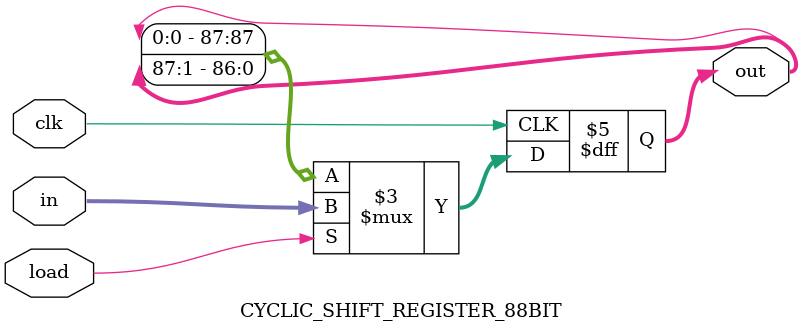
<source format=v>

`timescale 1ns/1ps

module CYCLIC_SHIFT_REGISTER_88BIT(clk, load, in, out);
	input clk, load;
	input[87:0] in;
	output reg[87:0] out;

	always @(posedge clk) begin
		if (load)
			out <= in;
		else
			out <= {out[0], out[87:1]};
	end
endmodule

</source>
